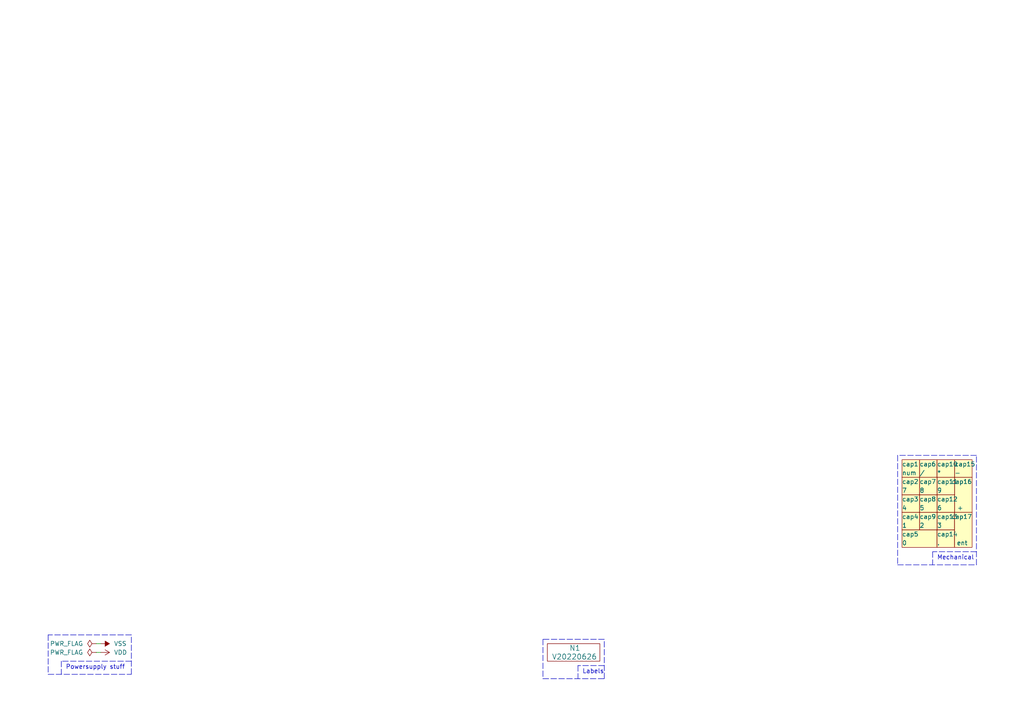
<source format=kicad_sch>
(kicad_sch (version 20211123) (generator eeschema)
  (paper "A4")
  (lib_symbols
    (symbol "SquantorLabels:VYYYYMMDD" (pin_names (offset 1.016))
      (property "Reference" "N" (at 0 2.54 0))
      (property "Value" "VYYYYMMDD" (at 0 0 0))
      (symbol "VYYYYMMDD_0_1"
        (rectangle (start 7.62 -1.27) (end -7.62 3.81))
      )
    )
    (symbol "SquantorSwitches:keycap_1" (pin_names (offset 1.016))
      (property "Reference" "cap" (at 0 1.27 0))
      (property "Value" "keycap_1" (at 0 -1.27 0))
      (symbol "keycap_1_0_1"
        (rectangle (start -2.54 2.54) (end 2.54 -2.54) (fill (type background)))
      )
    )
    (symbol "SquantorSwitches:keycap_2" (pin_names (offset 1.016))
      (property "Reference" "cap" (at 0 1.27 0))
      (property "Value" "keycap_2" (at 0 -1.27 0))
      (symbol "keycap_2_0_1"
        (rectangle (start -5.08 2.54) (end 5.08 -2.54) (fill (type background)))
      )
    )
    (symbol "power:PWR_FLAG" (power) (pin_numbers hide) (pin_names (offset 0) hide)
      (property "Value" "PWR_FLAG" (at 0 3.81 0))
      (symbol "PWR_FLAG_0_0"
        (pin power_out line (at 0 0 90) (length 0) (name "pwr") (number "1"))
      )
      (symbol "PWR_FLAG_0_1"
        (polyline (pts (xy 0 0) (xy 0 1.27) (xy -1.016 1.905) (xy 0 2.54) (xy 1.016 1.905) (xy 0 1.27)))
      )
    )
    (symbol "power:VDD" (power) (pin_names (offset 0))
      (property "Value" "VDD" (at 0 3.81 0))
      (symbol "VDD_0_1"
        (polyline (pts (xy -0.762 1.27) (xy 0 2.54)))
        (polyline (pts (xy 0 0) (xy 0 2.54)))
        (polyline (pts (xy 0 2.54) (xy 0.762 1.27)))
      )
      (symbol "VDD_1_1"
        (pin power_in line (at 0 0 90) (length 0) hide (name "VDD") (number "1"))
      )
    )
    (symbol "power:VSS" (power) (pin_names (offset 0))
      (property "Value" "VSS" (at 0 3.81 0))
      (symbol "VSS_0_1"
        (polyline (pts (xy 0 0) (xy 0 2.54)))
        (polyline (pts (xy 0.762 1.27) (xy -0.762 1.27) (xy 0 2.54) (xy 0.762 1.27)) (fill (type outline)))
      )
      (symbol "VSS_1_1"
        (pin power_in line (at 0 0 90) (length 0) hide (name "VSS") (number "1"))
      )
    )
  )
  (polyline (pts (xy 167.64 193.04) (xy 167.64 196.85)))
  (polyline (pts (xy 175.26 185.42) (xy 157.48 185.42)))
  (polyline (pts (xy 175.26 193.04) (xy 167.64 193.04)))
  (polyline (pts (xy 283.21 163.83) (xy 283.21 132.08)))
  (polyline (pts (xy 283.21 160.02) (xy 270.51 160.02)))
  (polyline (pts (xy 38.1 184.15) (xy 13.97 184.15)))
  (polyline (pts (xy 157.48 185.42) (xy 157.48 196.85)))
  (wire (pts (xy 27.94 186.69) (xy 29.21 186.69)))
  (polyline (pts (xy 260.35 163.83) (xy 283.21 163.83)))
  (polyline (pts (xy 38.1 191.77) (xy 17.78 191.77)))
  (polyline (pts (xy 270.51 160.02) (xy 270.51 163.83)))
  (polyline (pts (xy 157.48 196.85) (xy 175.26 196.85)))
  (polyline (pts (xy 175.26 196.85) (xy 175.26 185.42)))
  (polyline (pts (xy 13.97 184.15) (xy 13.97 195.58)))
  (polyline (pts (xy 13.97 195.58) (xy 38.1 195.58)))
  (wire (pts (xy 27.94 189.23) (xy 29.21 189.23)))
  (polyline (pts (xy 38.1 195.58) (xy 38.1 184.15)))
  (polyline (pts (xy 260.35 132.08) (xy 260.35 163.83)))
  (polyline (pts (xy 283.21 132.08) (xy 260.35 132.08)))
  (polyline (pts (xy 17.78 191.77) (xy 17.78 195.58)))
  (text "Labels" (at 168.91 195.58 0) (effects (font (size 1.27 1.27)) (justify left bottom)))
  (text "Powersupply stuff" (at 19.05 194.31 0) (effects (font (size 1.27 1.27)) (justify left bottom)))
  (text "Mechanical" (at 271.78 162.56 0) (effects (font (size 1.27 1.27)) (justify left bottom)))
  (symbol (lib_id "SquantorSwitches:keycap_1") (at 274.32 151.13 0) (unit 1)
    (property "Reference" "cap13" (at 271.78 149.86 0) (effects (justify left)))
    (property "Value" "3" (at 271.78 152.4 0) (effects (justify left)))
    (property "Footprint" "SquantorSwitches:KAILH_choc_keycap_1" (effects hide))
  )
  (symbol (lib_id "power:VDD") (at 29.21 189.23 270) (unit 1)
    (property "Reference" "#PWR0101" (effects hide))
    (property "Value" "VDD" (at 33.02 189.2299 90) (effects (justify left)))
  )
  (symbol (lib_id "power:VSS") (at 29.21 186.69 270) (unit 1)
    (property "Reference" "#PWR0102" (effects hide))
    (property "Value" "VSS" (at 33.02 186.6899 90) (effects (justify left)))
  )
  (symbol (lib_id "SquantorSwitches:keycap_2") (at 279.4 153.67 90) (unit 1)
    (property "Reference" "cap17" (at 281.94 149.86 90) (effects (justify left)))
    (property "Value" "ent" (at 280.67 157.48 90) (effects (justify left)))
    (property "Footprint" "SquantorSwitches:KAILH_choc_keycap_2_vertical" (effects hide))
  )
  (symbol (lib_id "power:PWR_FLAG") (at 27.94 189.23 90) (unit 1)
    (property "Reference" "#FLG0102" (effects hide))
    (property "Value" "PWR_FLAG" (at 24.13 189.2299 90) (effects (justify left)))
  )
  (symbol (lib_id "SquantorSwitches:keycap_1") (at 264.16 146.05 0) (unit 1)
    (property "Reference" "cap3" (at 261.62 144.78 0) (effects (justify left)))
    (property "Value" "4" (at 261.62 147.32 0) (effects (justify left)))
    (property "Footprint" "SquantorSwitches:KAILH_choc_keycap_1" (effects hide))
  )
  (symbol (lib_id "SquantorSwitches:keycap_1") (at 274.32 135.89 0) (unit 1)
    (property "Reference" "cap10" (at 271.78 134.62 0) (effects (justify left)))
    (property "Value" "*" (at 271.78 137.16 0) (effects (justify left)))
    (property "Footprint" "SquantorSwitches:KAILH_choc_keycap_1" (effects hide))
  )
  (symbol (lib_id "SquantorSwitches:keycap_2") (at 266.7 156.21 0) (unit 1)
    (property "Reference" "cap5" (at 261.62 154.94 0) (effects (justify left)))
    (property "Value" "0" (at 261.62 157.48 0) (effects (justify left)))
    (property "Footprint" "SquantorSwitches:KAILH_choc_keycap_2_horizontal" (effects hide))
  )
  (symbol (lib_id "power:PWR_FLAG") (at 27.94 186.69 90) (unit 1)
    (property "Reference" "#FLG0101" (effects hide))
    (property "Value" "PWR_FLAG" (at 24.13 186.6899 90) (effects (justify left)))
  )
  (symbol (lib_id "SquantorSwitches:keycap_1") (at 274.32 140.97 0) (unit 1)
    (property "Reference" "cap11" (at 271.78 139.7 0) (effects (justify left)))
    (property "Value" "9" (at 271.78 142.24 0) (effects (justify left)))
    (property "Footprint" "SquantorSwitches:KAILH_choc_keycap_1" (effects hide))
  )
  (symbol (lib_id "SquantorSwitches:keycap_1") (at 274.32 146.05 0) (unit 1)
    (property "Reference" "cap12" (at 271.78 144.78 0) (effects (justify left)))
    (property "Value" "6" (at 271.78 147.32 0) (effects (justify left)))
    (property "Footprint" "SquantorSwitches:KAILH_choc_keycap_1" (effects hide))
  )
  (symbol (lib_id "SquantorSwitches:keycap_2") (at 279.4 143.51 90) (unit 1)
    (property "Reference" "cap16" (at 281.94 139.7 90) (effects (justify left)))
    (property "Value" "+" (at 279.4 147.32 90) (effects (justify left)))
    (property "Footprint" "SquantorSwitches:KAILH_choc_keycap_2_vertical" (effects hide))
  )
  (symbol (lib_id "SquantorSwitches:keycap_1") (at 269.24 151.13 0) (unit 1)
    (property "Reference" "cap9" (at 266.7 149.86 0) (effects (justify left)))
    (property "Value" "2" (at 266.7 152.4 0) (effects (justify left)))
    (property "Footprint" "SquantorSwitches:KAILH_choc_keycap_1" (effects hide))
  )
  (symbol (lib_id "SquantorSwitches:keycap_1") (at 274.32 156.21 0) (unit 1)
    (property "Reference" "cap14" (at 271.78 154.94 0) (effects (justify left)))
    (property "Value" "." (at 271.78 157.48 0) (effects (justify left)))
    (property "Footprint" "SquantorSwitches:KAILH_choc_keycap_1" (effects hide))
  )
  (symbol (lib_id "SquantorSwitches:keycap_1") (at 269.24 135.89 0) (unit 1)
    (property "Reference" "cap6" (at 266.7 134.62 0) (effects (justify left)))
    (property "Value" "/" (at 266.7 137.16 0) (effects (justify left)))
    (property "Footprint" "SquantorSwitches:KAILH_choc_keycap_1" (effects hide))
  )
  (symbol (lib_id "SquantorSwitches:keycap_1") (at 279.4 135.89 0) (unit 1)
    (property "Reference" "cap15" (at 276.86 134.62 0) (effects (justify left)))
    (property "Value" "-" (at 276.86 137.16 0) (effects (justify left)))
    (property "Footprint" "SquantorSwitches:KAILH_choc_keycap_1" (effects hide))
  )
  (symbol (lib_id "SquantorSwitches:keycap_1") (at 264.16 135.89 0) (unit 1)
    (property "Reference" "cap1" (at 261.62 134.62 0) (effects (justify left)))
    (property "Value" "num" (at 261.62 137.16 0) (effects (justify left)))
    (property "Footprint" "SquantorSwitches:KAILH_choc_keycap_1" (effects hide))
  )
  (symbol (lib_id "SquantorSwitches:keycap_1") (at 269.24 140.97 0) (unit 1)
    (property "Reference" "cap7" (at 266.7 139.7 0) (effects (justify left)))
    (property "Value" "8" (at 266.7 142.24 0) (effects (justify left)))
    (property "Footprint" "SquantorSwitches:KAILH_choc_keycap_1" (effects hide))
  )
  (symbol (lib_id "SquantorSwitches:keycap_1") (at 264.16 151.13 0) (unit 1)
    (property "Reference" "cap4" (at 261.62 149.86 0) (effects (justify left)))
    (property "Value" "1" (at 261.62 152.4 0) (effects (justify left)))
    (property "Footprint" "SquantorSwitches:KAILH_choc_keycap_1" (effects hide))
  )
  (symbol (lib_id "SquantorSwitches:keycap_1") (at 269.24 146.05 0) (unit 1)
    (property "Reference" "cap8" (at 266.7 144.78 0) (effects (justify left)))
    (property "Value" "5" (at 266.7 147.32 0) (effects (justify left)))
    (property "Footprint" "SquantorSwitches:KAILH_choc_keycap_1" (effects hide))
  )
  (symbol (lib_id "SquantorSwitches:keycap_1") (at 264.16 140.97 0) (unit 1)
    (property "Reference" "cap2" (at 261.62 139.7 0) (effects (justify left)))
    (property "Value" "7" (at 261.62 142.24 0) (effects (justify left)))
    (property "Footprint" "SquantorSwitches:KAILH_choc_keycap_1" (effects hide))
  )
  (symbol (lib_id "SquantorLabels:VYYYYMMDD") (at 166.37 190.5 0) (unit 1)
    (property "Reference" "N1" (at 165.1 187.96 0) (effects (font (size 1.524 1.524)) (justify left)))
    (property "Value" "V20220626" (at 160.02 190.5 0) (effects (font (size 1.524 1.524)) (justify left)))
    (property "Footprint" "SquantorLabels:Label_Generic" (effects hide))
  )
)
</source>
